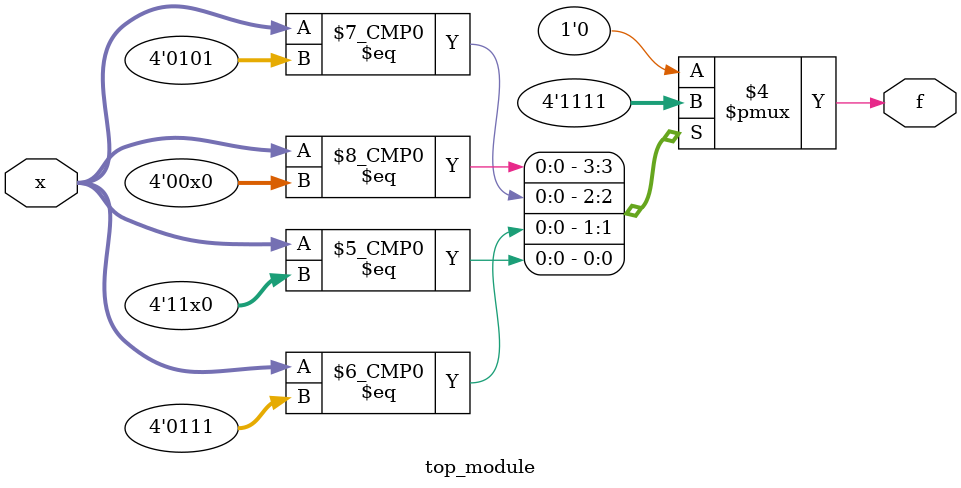
<source format=sv>
module top_module (
    input [4:1] x,
    output logic f
);

    always_comb begin
        f = 1'b0;
        
        case (x)
            4'b00x0: f = 1'b1;
            4'b00x1: f = 1'b0;
            4'b0101: f = 1'b1;
            4'b0111: f = 1'b1;
            4'b11x0: f = 1'b1;
            4'b1100: f = 1'b1;
            4'b1101: f = 1'b0;
            default: f = 1'b0;
        endcase
    end
    
endmodule

</source>
